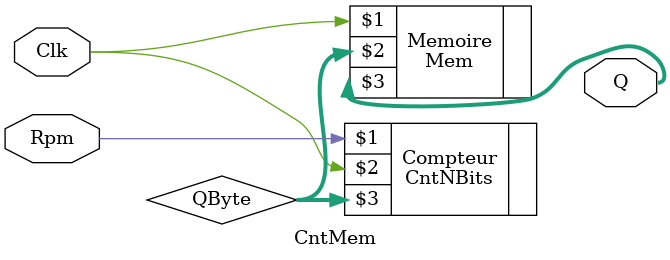
<source format=v>
module CntMem (Clk, Rpm, Q);

input Clk, Rpm;

output [8:0] Q;

wire [8:0] QByte;

CntNBits#(9,300)Compteur(Rpm, Clk, QByte);
Mem Memoire(Clk, QByte, Q);

endmodule

</source>
